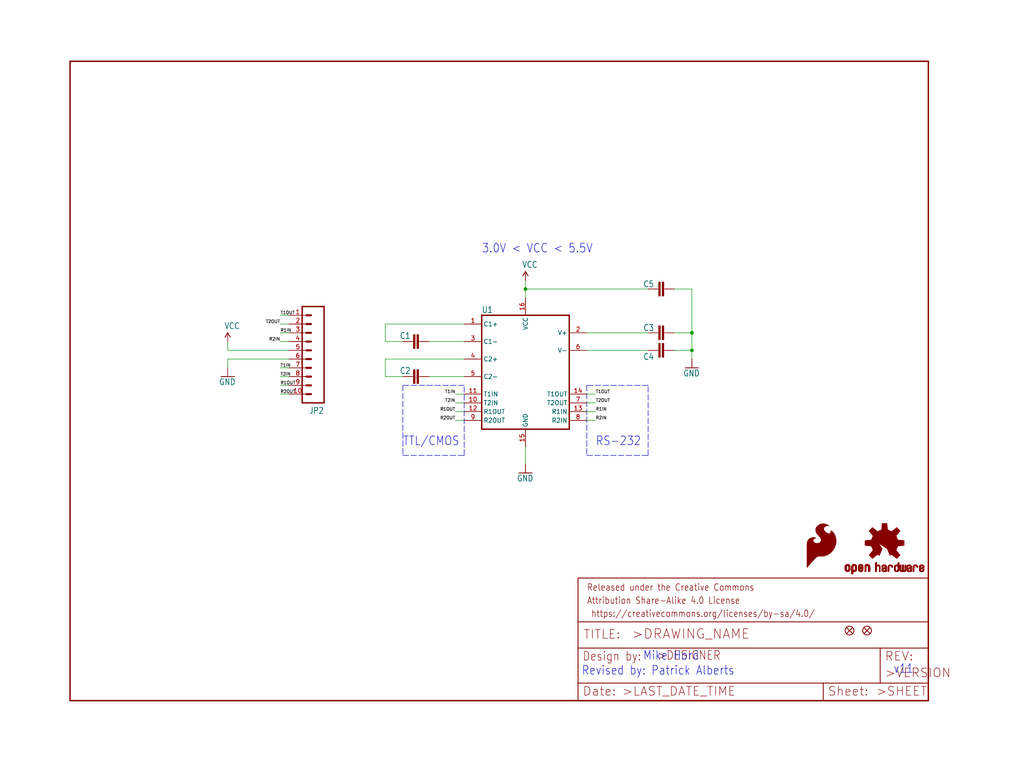
<source format=kicad_sch>
(kicad_sch (version 20211123) (generator eeschema)
  (paper "User" 297.002 223.926)
  (lib_symbols
    (symbol "schematicEagle-eagle-import:0.1UF-25V(+80{slash}-20%)(0603)"
      (property "Reference" "C" (at 1.524 2.921 0))
      (property "Value" "0.1UF-25V(+80{slash}-20%)(0603)" (at 1.524 -2.159 0))
      (symbol "0.1UF-25V(+80{slash}-20%)(0603)_1_0"
        (pin passive line (at 0 5.08 270) (length 2.54) (name "1") (number "1"))
        (pin passive line (at 0 -2.54 90) (length 2.54) (name "2") (number "2"))
      )
    )
    (symbol "schematicEagle-eagle-import:FIDUCIAL1X2")
    (symbol "schematicEagle-eagle-import:FRAME-LETTER"
      (symbol "FRAME-LETTER_2_0"
        (text " https://creativecommons.org/licenses/by-sa/4.0/" (at 2.54 24.13 0) (effects (font (size 1.9304 1.6408)) (justify left bottom)))
        (text ">DESIGNER" (at 22.86 11.684 0) (effects (font (size 2.54 2.159)) (justify left bottom)))
        (text ">DRAWING_NAME" (at 15.494 17.78 0) (effects (font (size 2.7432 2.7432)) (justify left bottom)))
        (text ">LAST_DATE_TIME" (at 12.7 1.27 0) (effects (font (size 2.54 2.54)) (justify left bottom)))
        (text ">SHEET" (at 86.36 1.27 0) (effects (font (size 2.54 2.54)) (justify left bottom)))
        (text ">VERSION" (at 88.9 6.604 0) (effects (font (size 2.54 2.54)) (justify left bottom)))
        (text "Attribution Share-Alike 4.0 License" (at 2.54 27.94 0) (effects (font (size 1.9304 1.6408)) (justify left bottom)))
        (text "Date:" (at 1.27 1.27 0) (effects (font (size 2.54 2.54)) (justify left bottom)))
        (text "Design by:" (at 1.27 11.43 0) (effects (font (size 2.54 2.159)) (justify left bottom)))
        (text "Released under the Creative Commons" (at 2.54 31.75 0) (effects (font (size 1.9304 1.6408)) (justify left bottom)))
        (text "REV:" (at 88.9 11.43 0) (effects (font (size 2.54 2.54)) (justify left bottom)))
        (text "Sheet:" (at 72.39 1.27 0) (effects (font (size 2.54 2.54)) (justify left bottom)))
        (text "TITLE:" (at 1.524 17.78 0) (effects (font (size 2.54 2.54)) (justify left bottom)))
      )
    )
    (symbol "schematicEagle-eagle-import:GND" (power)
      (property "Value" "GND" (at -2.54 -2.54 0))
      (symbol "GND_1_0"
        (pin power_in line (at 0 2.54 270) (length 2.54) (name "GND") (number "1"))
      )
    )
    (symbol "schematicEagle-eagle-import:M10{dblquote}"
      (property "Reference" "JP" (at 0 8.89 0))
      (property "Value" "M10{dblquote}" (at 0 -22.86 0))
      (symbol "M10{dblquote}_1_0"
        (pin passive line (at 10.16 -17.78 180) (length 5.08) (name "1") (number "1"))
        (pin passive line (at 10.16 5.08 180) (length 5.08) (name "10") (number "10"))
        (pin passive line (at 10.16 -15.24 180) (length 5.08) (name "2") (number "2"))
        (pin passive line (at 10.16 -12.7 180) (length 5.08) (name "3") (number "3"))
        (pin passive line (at 10.16 -10.16 180) (length 5.08) (name "4") (number "4"))
        (pin passive line (at 10.16 -7.62 180) (length 5.08) (name "5") (number "5"))
        (pin passive line (at 10.16 -5.08 180) (length 5.08) (name "6") (number "6"))
        (pin passive line (at 10.16 -2.54 180) (length 5.08) (name "7") (number "7"))
        (pin passive line (at 10.16 0 180) (length 5.08) (name "8") (number "8"))
        (pin passive line (at 10.16 2.54 180) (length 5.08) (name "9") (number "9"))
      )
    )
    (symbol "schematicEagle-eagle-import:MAX232SOIC16"
      (property "Reference" "U" (at -10.16 15.875 0))
      (property "Value" "MAX232SOIC16" (at -10.16 -20.32 0))
      (symbol "MAX232SOIC16_1_0"
        (pin bidirectional line (at -15.24 12.7 0) (length 5.08) (name "C1+") (number "1"))
        (pin input line (at -15.24 -10.16 0) (length 5.08) (name "T2IN") (number "10"))
        (pin input line (at -15.24 -7.62 0) (length 5.08) (name "T1IN") (number "11"))
        (pin output line (at -15.24 -12.7 0) (length 5.08) (name "R1OUT") (number "12"))
        (pin input line (at 20.32 -12.7 180) (length 5.08) (name "R1IN") (number "13"))
        (pin output line (at 20.32 -7.62 180) (length 5.08) (name "T1OUT") (number "14"))
        (pin bidirectional line (at 2.54 -22.86 90) (length 5.08) (name "GND") (number "15"))
        (pin bidirectional line (at 2.54 20.32 270) (length 5.08) (name "VCC") (number "16"))
        (pin bidirectional line (at 20.32 10.16 180) (length 5.08) (name "V+") (number "2"))
        (pin bidirectional line (at -15.24 7.62 0) (length 5.08) (name "C1-") (number "3"))
        (pin bidirectional line (at -15.24 2.54 0) (length 5.08) (name "C2+") (number "4"))
        (pin bidirectional line (at -15.24 -2.54 0) (length 5.08) (name "C2-") (number "5"))
        (pin bidirectional line (at 20.32 5.08 180) (length 5.08) (name "V-") (number "6"))
        (pin output line (at 20.32 -10.16 180) (length 5.08) (name "T2OUT") (number "7"))
        (pin input line (at 20.32 -15.24 180) (length 5.08) (name "R2IN") (number "8"))
        (pin output line (at -15.24 -15.24 0) (length 5.08) (name "R2OUT") (number "9"))
      )
    )
    (symbol "schematicEagle-eagle-import:OSHW-LOGOS")
    (symbol "schematicEagle-eagle-import:SFE_LOGO_FLAME.1_INCH")
    (symbol "schematicEagle-eagle-import:VCC" (power)
      (property "Value" "VCC" (at -1.016 3.556 0))
      (symbol "VCC_1_0"
        (pin power_in line (at 0 0 90) (length 2.54) (name "VCC") (number "1"))
      )
    )
  )
  (junction (at 152.4 83.82))
  (junction (at 200.66 96.52))
  (junction (at 200.66 101.6))
  (wire (pts (xy 134.62 116.84) (xy 132.08 116.84)))
  (wire (pts (xy 81.28 99.06) (xy 83.82 99.06)))
  (wire (pts (xy 152.4 134.62) (xy 152.4 129.54)))
  (wire (pts (xy 83.82 96.52) (xy 81.28 96.52)))
  (wire (pts (xy 116.84 109.22) (xy 111.76 109.22)))
  (wire (pts (xy 83.82 101.6) (xy 66.04 101.6)))
  (wire (pts (xy 170.18 116.84) (xy 172.72 116.84)))
  (wire (pts (xy 200.66 104.14) (xy 200.66 101.6)))
  (wire (pts (xy 187.96 83.82) (xy 152.4 83.82)))
  (wire (pts (xy 134.62 99.06) (xy 124.46 99.06)))
  (wire (pts (xy 200.66 96.52) (xy 200.66 101.6)))
  (wire (pts (xy 134.62 109.22) (xy 124.46 109.22)))
  (polyline (pts (xy 134.62 132.08) (xy 134.62 111.76)))
  (polyline (pts (xy 116.84 111.76) (xy 116.84 132.08)))
  (polyline (pts (xy 170.18 111.76) (xy 170.18 132.08)))
  (wire (pts (xy 134.62 121.92) (xy 132.08 121.92)))
  (wire (pts (xy 200.66 101.6) (xy 195.58 101.6)))
  (wire (pts (xy 111.76 93.98) (xy 134.62 93.98)))
  (wire (pts (xy 195.58 83.82) (xy 200.66 83.82)))
  (wire (pts (xy 66.04 101.6) (xy 66.04 99.06)))
  (polyline (pts (xy 187.96 132.08) (xy 187.96 111.76)))
  (wire (pts (xy 83.82 106.68) (xy 81.28 106.68)))
  (wire (pts (xy 170.18 121.92) (xy 172.72 121.92)))
  (wire (pts (xy 83.82 109.22) (xy 81.28 109.22)))
  (polyline (pts (xy 170.18 132.08) (xy 187.96 132.08)))
  (wire (pts (xy 170.18 114.3) (xy 172.72 114.3)))
  (wire (pts (xy 170.18 101.6) (xy 187.96 101.6)))
  (wire (pts (xy 83.82 111.76) (xy 81.28 111.76)))
  (wire (pts (xy 134.62 119.38) (xy 132.08 119.38)))
  (polyline (pts (xy 187.96 111.76) (xy 170.18 111.76)))
  (wire (pts (xy 83.82 91.44) (xy 81.28 91.44)))
  (wire (pts (xy 134.62 114.3) (xy 132.08 114.3)))
  (wire (pts (xy 170.18 119.38) (xy 172.72 119.38)))
  (wire (pts (xy 111.76 104.14) (xy 134.62 104.14)))
  (wire (pts (xy 170.18 96.52) (xy 187.96 96.52)))
  (wire (pts (xy 83.82 114.3) (xy 81.28 114.3)))
  (wire (pts (xy 83.82 104.14) (xy 66.04 104.14)))
  (polyline (pts (xy 134.62 111.76) (xy 116.84 111.76)))
  (wire (pts (xy 111.76 99.06) (xy 111.76 93.98)))
  (wire (pts (xy 116.84 99.06) (xy 111.76 99.06)))
  (polyline (pts (xy 116.84 132.08) (xy 134.62 132.08)))
  (wire (pts (xy 195.58 96.52) (xy 200.66 96.52)))
  (wire (pts (xy 152.4 81.28) (xy 152.4 83.82)))
  (wire (pts (xy 152.4 83.82) (xy 152.4 86.36)))
  (wire (pts (xy 200.66 83.82) (xy 200.66 96.52)))
  (wire (pts (xy 111.76 109.22) (xy 111.76 104.14)))
  (wire (pts (xy 66.04 104.14) (xy 66.04 106.68)))
  (wire (pts (xy 83.82 93.98) (xy 81.28 93.98)))
  (text "v11" (at 259.08 195.58 180) (effects (font (size 2.54 2.159)) (justify left bottom)))
  (text "Mike Hord" (at 186.436 191.77 180) (effects (font (size 2.54 2.159)) (justify left bottom)))
  (text "Revised by: Patrick Alberts" (at 168.656 196.088 180) (effects (font (size 2.54 2.159)) (justify left bottom)))
  (text "RS-232" (at 172.72 129.54 180) (effects (font (size 2.54 2.159)) (justify left bottom)))
  (text "TTL/CMOS" (at 116.84 129.54 180) (effects (font (size 2.54 2.159)) (justify left bottom)))
  (text "3.0V < VCC < 5.5V" (at 139.7 73.66 180) (effects (font (size 2.54 2.159)) (justify left bottom)))
  (label "R1OUT" (at 132.08 119.38 180) (effects (font (size 0.889 0.889))))
  (label "R1IN" (at 81.28 96.52 0) (effects (font (size 0.889 0.889))))
  (label "R2IN" (at 81.28 99.06 180) (effects (font (size 0.889 0.889))))
  (label "R2OUT" (at 81.28 114.3 0) (effects (font (size 0.889 0.889))))
  (label "R2IN" (at 172.72 121.92 0) (effects (font (size 0.889 0.889))))
  (label "T2IN" (at 81.28 109.22 0) (effects (font (size 0.889 0.889))))
  (label "T1OUT" (at 81.28 91.44 0) (effects (font (size 0.889 0.889))))
  (label "T1IN" (at 81.28 106.68 0) (effects (font (size 0.889 0.889))))
  (label "T2OUT" (at 81.28 93.98 180) (effects (font (size 0.889 0.889))))
  (label "T1OUT" (at 172.72 114.3 0) (effects (font (size 0.889 0.889))))
  (label "R1IN" (at 172.72 119.38 0) (effects (font (size 0.889 0.889))))
  (label "T2OUT" (at 172.72 116.84 0) (effects (font (size 0.889 0.889))))
  (label "T1IN" (at 132.08 114.3 180) (effects (font (size 0.889 0.889))))
  (label "T2IN" (at 132.08 116.84 180) (effects (font (size 0.889 0.889))))
  (label "R1OUT" (at 81.28 111.76 0) (effects (font (size 0.889 0.889))))
  (label "R2OUT" (at 132.08 121.92 180) (effects (font (size 0.889 0.889))))
  (symbol (lib_id "schematicEagle-eagle-import:FRAME-LETTER") (at 167.64 203.2 0) (unit 2)
    (property "Reference" "FRAME1" (effects hide))
    (property "Value" "FRAME-LETTER" (effects hide))
    (property "Footprint" "schematicEagle:CREATIVE_COMMONS" (effects hide))
    (property "Value" "FRAME-LETTER" (effects hide))
  )
  (symbol (lib_id "schematicEagle-eagle-import:0.1UF-25V(+80{slash}-20%)(0603)") (at 193.04 101.6 90) (unit 1)
    (property "Reference" "C4" (at 189.738 102.489 90) (effects (font (size 1.778 1.5113)) (justify left bottom)))
    (property "Value" ".1uF" (at 198.12 102.489 90) (effects (font (size 1.778 1.5113)) (justify left bottom)))
    (property "Footprint" "schematicEagle:0603-CAP" (effects hide))
    (property "Value" ".1uF" (effects hide))
    (property "Value" ".1uF" (effects hide))
  )
  (symbol (lib_id "schematicEagle-eagle-import:0.1UF-25V(+80{slash}-20%)(0603)") (at 193.04 96.52 90) (unit 1)
    (property "Reference" "C3" (at 189.738 94.107 90) (effects (font (size 1.778 1.5113)) (justify left bottom)))
    (property "Value" ".1uF" (at 198.374 94.107 90) (effects (font (size 1.778 1.5113)) (justify left bottom)))
    (property "Footprint" "schematicEagle:0603-CAP" (effects hide))
    (property "Value" ".1uF" (effects hide))
    (property "Value" ".1uF" (effects hide))
  )
  (symbol (lib_id "schematicEagle-eagle-import:M10{dblquote}") (at 93.98 109.22 180) (unit 1)
    (property "Reference" "JP2" (at 93.98 118.11 0) (effects (font (size 1.778 1.5113)) (justify left bottom)))
    (property "Value" "M10{dblquote}" (at 93.98 86.36 0) (effects (font (size 1.778 1.5113)) (justify left bottom)))
    (property "Footprint" "schematicEagle:1X10" (effects hide))
    (property "Value" "M10{dblquote}" (effects hide))
  )
  (symbol (lib_id "schematicEagle-eagle-import:FIDUCIAL1X2") (at 246.38 182.88 0) (unit 1)
    (property "Reference" "FID1" (effects hide))
    (property "Value" "FIDUCIAL1X2" (effects hide))
    (property "Footprint" "schematicEagle:FIDUCIAL-1X2" (effects hide))
  )
  (symbol (lib_id "schematicEagle-eagle-import:GND") (at 66.04 109.22 0) (unit 1)
    (property "Reference" "#GND3" (effects hide))
    (property "Value" "GND" (at 63.5 111.76 0) (effects (font (size 1.778 1.5113)) (justify left bottom)))
    (property "Footprint" "schematicEagle:" (effects hide))
  )
  (symbol (lib_id "schematicEagle-eagle-import:0.1UF-25V(+80{slash}-20%)(0603)") (at 121.92 109.22 90) (unit 1)
    (property "Reference" "C2" (at 119.126 106.553 90) (effects (font (size 1.778 1.5113)) (justify left bottom)))
    (property "Value" ".1uF" (at 121.666 108.331 90) (effects (font (size 1.778 1.5113)) (justify right top)))
    (property "Footprint" "schematicEagle:0603-CAP" (effects hide))
    (property "Value" ".1uF" (effects hide))
    (property "Value" ".1uF" (effects hide))
  )
  (symbol (lib_id "schematicEagle-eagle-import:OSHW-LOGOS") (at 256.54 157.48 0) (unit 1)
    (property "Reference" "U$1" (effects hide))
    (property "Value" "OSHW-LOGOS" (effects hide))
    (property "Footprint" "schematicEagle:OSHW-LOGO-S" (effects hide))
    (property "Value" "OSHW-LOGOS" (effects hide))
  )
  (symbol (lib_id "schematicEagle-eagle-import:0.1UF-25V(+80{slash}-20%)(0603)") (at 193.04 83.82 90) (unit 1)
    (property "Reference" "C5" (at 189.738 81.407 90) (effects (font (size 1.778 1.5113)) (justify left bottom)))
    (property "Value" ".1uF" (at 198.374 81.407 90) (effects (font (size 1.778 1.5113)) (justify left bottom)))
    (property "Footprint" "schematicEagle:0603-CAP" (effects hide))
    (property "Value" ".1uF" (effects hide))
    (property "Value" ".1uF" (effects hide))
  )
  (symbol (lib_id "schematicEagle-eagle-import:VCC") (at 152.4 81.28 0) (unit 1)
    (property "Reference" "#P+1" (effects hide))
    (property "Value" "VCC" (at 151.384 77.724 0) (effects (font (size 1.778 1.5113)) (justify left bottom)))
    (property "Footprint" "schematicEagle:" (effects hide))
  )
  (symbol (lib_id "schematicEagle-eagle-import:FIDUCIAL1X2") (at 251.46 182.88 0) (unit 1)
    (property "Reference" "FID2" (effects hide))
    (property "Value" "FIDUCIAL1X2" (effects hide))
    (property "Footprint" "schematicEagle:FIDUCIAL-1X2" (effects hide))
  )
  (symbol (lib_id "schematicEagle-eagle-import:GND") (at 200.66 106.68 0) (unit 1)
    (property "Reference" "#GND1" (effects hide))
    (property "Value" "GND" (at 198.12 109.22 0) (effects (font (size 1.778 1.5113)) (justify left bottom)))
    (property "Footprint" "schematicEagle:" (effects hide))
  )
  (symbol (lib_id "schematicEagle-eagle-import:MAX232SOIC16") (at 149.86 106.68 0) (unit 1)
    (property "Reference" "U1" (at 139.7 90.805 0) (effects (font (size 1.778 1.5113)) (justify left bottom)))
    (property "Value" "MAX3232" (at 139.7 127 0) (effects (font (size 1.778 1.5113)) (justify left bottom)))
    (property "Footprint" "schematicEagle:SO016" (effects hide))
    (property "Value" "MAX3232" (effects hide))
  )
  (symbol (lib_id "schematicEagle-eagle-import:FRAME-LETTER") (at 20.32 203.2 0) (unit 1)
    (property "Reference" "FRAME1" (effects hide))
    (property "Value" "FRAME-LETTER" (effects hide))
    (property "Footprint" "schematicEagle:CREATIVE_COMMONS" (effects hide))
    (property "Value" "FRAME-LETTER" (effects hide))
  )
  (symbol (lib_id "schematicEagle-eagle-import:0.1UF-25V(+80{slash}-20%)(0603)") (at 121.92 99.06 90) (unit 1)
    (property "Reference" "C1" (at 119.126 96.393 90) (effects (font (size 1.778 1.5113)) (justify left bottom)))
    (property "Value" ".1uF" (at 122.174 98.171 90) (effects (font (size 1.778 1.5113)) (justify right top)))
    (property "Footprint" "schematicEagle:0603-CAP" (effects hide))
    (property "Value" ".1uF" (effects hide))
    (property "Value" ".1uF" (effects hide))
  )
  (symbol (lib_id "schematicEagle-eagle-import:VCC") (at 66.04 99.06 0) (unit 1)
    (property "Reference" "#P+2" (effects hide))
    (property "Value" "VCC" (at 65.024 95.504 0) (effects (font (size 1.778 1.5113)) (justify left bottom)))
    (property "Footprint" "schematicEagle:" (effects hide))
  )
  (symbol (lib_id "schematicEagle-eagle-import:SFE_LOGO_FLAME.1_INCH") (at 233.68 165.1 0) (unit 1)
    (property "Reference" "LOGO1" (effects hide))
    (property "Value" "SFE_LOGO_FLAME.1_INCH" (effects hide))
    (property "Footprint" "schematicEagle:SFE_LOGO_FLAME_.1" (effects hide))
  )
  (symbol (lib_id "schematicEagle-eagle-import:GND") (at 152.4 137.16 0) (unit 1)
    (property "Reference" "#GND2" (effects hide))
    (property "Value" "GND" (at 149.86 139.7 0) (effects (font (size 1.778 1.5113)) (justify left bottom)))
    (property "Footprint" "schematicEagle:" (effects hide))
  )
)
</source>
